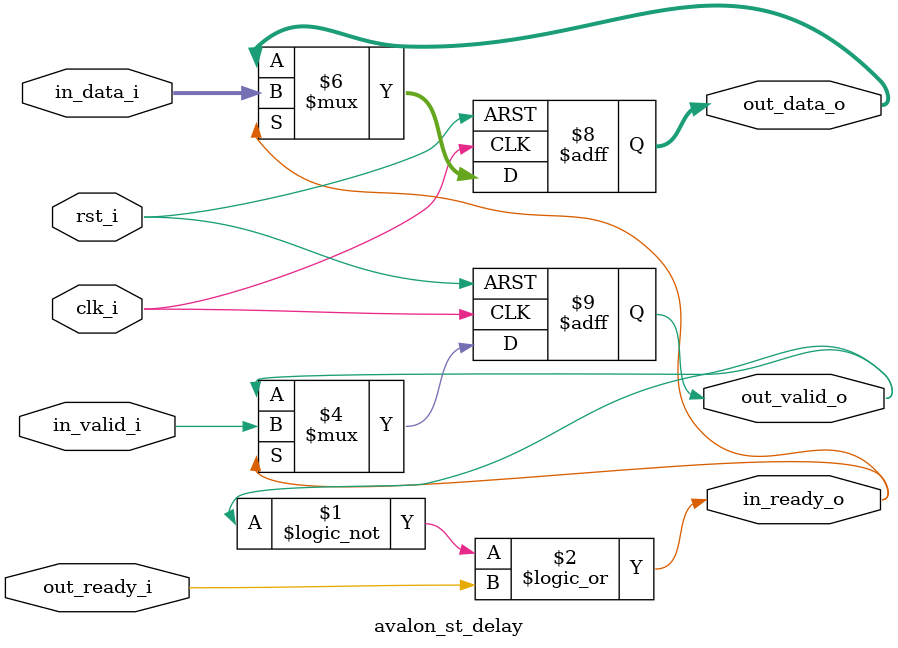
<source format=sv>
module avalon_st_delay #(
  parameter DWIDTH = 8
)(
  input                     clk_i,
  input                     rst_i,

  input  logic [DWIDTH-1:0] in_data_i,
  input  logic              in_valid_i,
  output logic              in_ready_o,

  output logic [DWIDTH-1:0] out_data_o,
  output logic              out_valid_o,
  input  logic              out_ready_i

);

assign in_ready_o = ( !out_valid_o ) || out_ready_i;

always_ff @( posedge clk_i or posedge rst_i )
  if( rst_i )
    begin
      out_data_o  <= '0;
      out_valid_o <= 1'b0;
    end
  else
    if( in_ready_o )
      begin
        out_data_o  <= in_data_i;
        out_valid_o <= in_valid_i;
      end

endmodule

</source>
